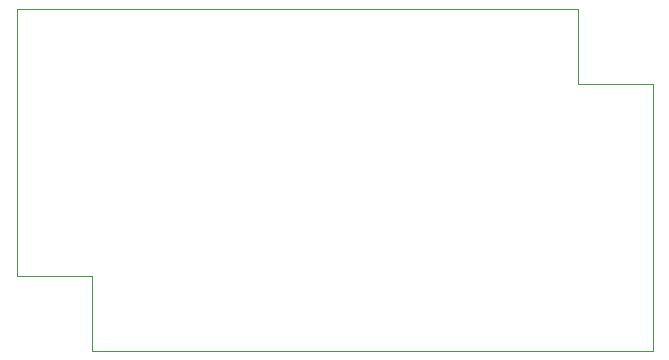
<source format=gbr>
%TF.GenerationSoftware,KiCad,Pcbnew,(6.0.5-0)*%
%TF.CreationDate,2022-12-05T01:18:56+00:00*%
%TF.ProjectId,Ebow,45626f77-2e6b-4696-9361-645f70636258,rev?*%
%TF.SameCoordinates,Original*%
%TF.FileFunction,Paste,Bot*%
%TF.FilePolarity,Positive*%
%FSLAX46Y46*%
G04 Gerber Fmt 4.6, Leading zero omitted, Abs format (unit mm)*
G04 Created by KiCad (PCBNEW (6.0.5-0)) date 2022-12-05 01:18:56*
%MOMM*%
%LPD*%
G01*
G04 APERTURE LIST*
%TA.AperFunction,Profile*%
%ADD10C,0.100000*%
%TD*%
G04 APERTURE END LIST*
D10*
X98298000Y-107950000D02*
X104648000Y-107950000D01*
X98298000Y-101600000D02*
X98298000Y-107950000D01*
X104648000Y-107950000D02*
X104648000Y-130556000D01*
X57150000Y-124206000D02*
X50800000Y-124206000D01*
X57150000Y-124206000D02*
X57150000Y-130556000D01*
X50800000Y-124206000D02*
X50800000Y-101600000D01*
X104648000Y-130556000D02*
X57150000Y-130556000D01*
X50800000Y-101600000D02*
X98298000Y-101600000D01*
M02*

</source>
